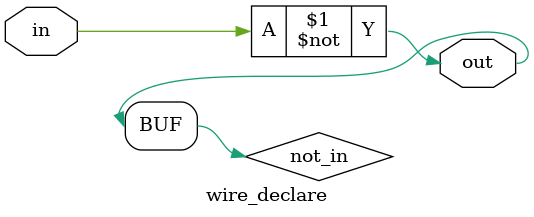
<source format=v>
module wire_declare( input in, output out );
    
    wire not_in;

    assign out = not_in;
    assign not_in = ~in;
endmodule
</source>
